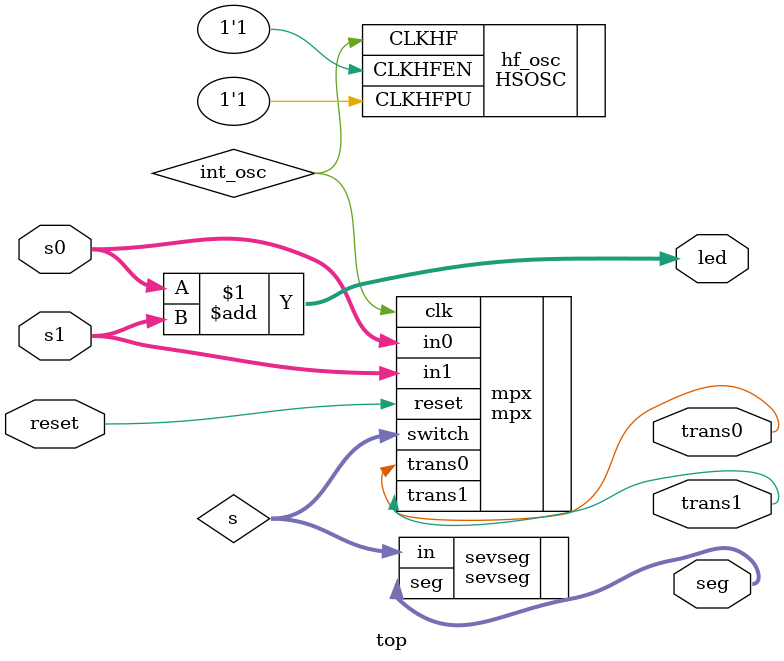
<source format=sv>


module top( input	logic reset,
			input	logic [3:0] s0, 
			input	logic [3:0] s1,
			output	logic [4:0] led,
			output	logic [6:0] seg,
			output	logic  trans0, 
			output	logic  trans1);
			
	logic int_osc;
	logic [3:0] s;
		
	// Internal high-speed oscillator
	HSOSC #(.CLKHF_DIV(2'b01))
		  hf_osc (.CLKHFPU(1'b1), .CLKHFEN(1'b1), .CLKHF(int_osc));
			
	// logic for selecting input into sevseg and which segment to turn on

	mpx mpx(.clk(int_osc), .reset(reset), .in0(s0), .in1(s1), .switch(s), .trans0(trans0), .trans1(trans1));

	// logic for what digit to display	
	sevseg sevseg(.in(s), .seg(seg));
	
	//output logic for displaying the sum of the 2 inputs on the LED
	assign led = s0+s1;
endmodule
	

</source>
